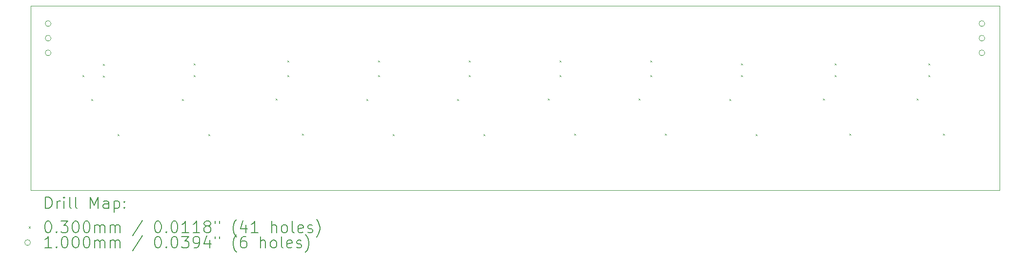
<source format=gbr>
%TF.GenerationSoftware,KiCad,Pcbnew,8.0.3*%
%TF.CreationDate,2024-06-20T18:25:41+01:00*%
%TF.ProjectId,BClock,42436c6f-636b-42e6-9b69-6361645f7063,rev?*%
%TF.SameCoordinates,Original*%
%TF.FileFunction,Drillmap*%
%TF.FilePolarity,Positive*%
%FSLAX45Y45*%
G04 Gerber Fmt 4.5, Leading zero omitted, Abs format (unit mm)*
G04 Created by KiCad (PCBNEW 8.0.3) date 2024-06-20 18:25:41*
%MOMM*%
%LPD*%
G01*
G04 APERTURE LIST*
%ADD10C,0.050000*%
%ADD11C,0.200000*%
%ADD12C,0.100000*%
G04 APERTURE END LIST*
D10*
X6858000Y-7424650D02*
X23672800Y-7424650D01*
X23672800Y-10625050D01*
X6858000Y-10625050D01*
X6858000Y-7424650D01*
D11*
D12*
X7757400Y-8621000D02*
X7787400Y-8651000D01*
X7787400Y-8621000D02*
X7757400Y-8651000D01*
X7909800Y-9035250D02*
X7939800Y-9065250D01*
X7939800Y-9035250D02*
X7909800Y-9065250D01*
X8113000Y-8425650D02*
X8143000Y-8455650D01*
X8143000Y-8425650D02*
X8113000Y-8455650D01*
X8113000Y-8628850D02*
X8143000Y-8658850D01*
X8143000Y-8628850D02*
X8113000Y-8658850D01*
X8367000Y-9644850D02*
X8397000Y-9674850D01*
X8397000Y-9644850D02*
X8367000Y-9674850D01*
X9484600Y-9035250D02*
X9514600Y-9065250D01*
X9514600Y-9035250D02*
X9484600Y-9065250D01*
X9687800Y-8417800D02*
X9717800Y-8447800D01*
X9717800Y-8417800D02*
X9687800Y-8447800D01*
X9687800Y-8621000D02*
X9717800Y-8651000D01*
X9717800Y-8621000D02*
X9687800Y-8651000D01*
X9941800Y-9644850D02*
X9971800Y-9674850D01*
X9971800Y-9644850D02*
X9941800Y-9674850D01*
X11110200Y-9027400D02*
X11140200Y-9057400D01*
X11140200Y-9027400D02*
X11110200Y-9057400D01*
X11313400Y-8367000D02*
X11343400Y-8397000D01*
X11343400Y-8367000D02*
X11313400Y-8397000D01*
X11313400Y-8621000D02*
X11343400Y-8651000D01*
X11343400Y-8621000D02*
X11313400Y-8651000D01*
X11567400Y-9637000D02*
X11597400Y-9667000D01*
X11597400Y-9637000D02*
X11567400Y-9667000D01*
X12685000Y-9035250D02*
X12715000Y-9065250D01*
X12715000Y-9035250D02*
X12685000Y-9065250D01*
X12888200Y-8367000D02*
X12918200Y-8397000D01*
X12918200Y-8367000D02*
X12888200Y-8397000D01*
X12888200Y-8621000D02*
X12918200Y-8651000D01*
X12918200Y-8621000D02*
X12888200Y-8651000D01*
X13142200Y-9644850D02*
X13172200Y-9674850D01*
X13172200Y-9644850D02*
X13142200Y-9674850D01*
X14259800Y-9035250D02*
X14289800Y-9065250D01*
X14289800Y-9035250D02*
X14259800Y-9065250D01*
X14463000Y-8367000D02*
X14493000Y-8397000D01*
X14493000Y-8367000D02*
X14463000Y-8397000D01*
X14463000Y-8621000D02*
X14493000Y-8651000D01*
X14493000Y-8621000D02*
X14463000Y-8651000D01*
X14717000Y-9644850D02*
X14747000Y-9674850D01*
X14747000Y-9644850D02*
X14717000Y-9674850D01*
X15834600Y-9027400D02*
X15864600Y-9057400D01*
X15864600Y-9027400D02*
X15834600Y-9057400D01*
X16037800Y-8367000D02*
X16067800Y-8397000D01*
X16067800Y-8367000D02*
X16037800Y-8397000D01*
X16037800Y-8621000D02*
X16067800Y-8651000D01*
X16067800Y-8621000D02*
X16037800Y-8651000D01*
X16291800Y-9637000D02*
X16321800Y-9667000D01*
X16321800Y-9637000D02*
X16291800Y-9667000D01*
X17409400Y-9027400D02*
X17439400Y-9057400D01*
X17439400Y-9027400D02*
X17409400Y-9057400D01*
X17612600Y-8367000D02*
X17642600Y-8397000D01*
X17642600Y-8367000D02*
X17612600Y-8397000D01*
X17612600Y-8621000D02*
X17642600Y-8651000D01*
X17642600Y-8621000D02*
X17612600Y-8651000D01*
X17866600Y-9637000D02*
X17896600Y-9667000D01*
X17896600Y-9637000D02*
X17866600Y-9667000D01*
X18984200Y-9035250D02*
X19014200Y-9065250D01*
X19014200Y-9035250D02*
X18984200Y-9065250D01*
X19187400Y-8417800D02*
X19217400Y-8447800D01*
X19217400Y-8417800D02*
X19187400Y-8447800D01*
X19187400Y-8621000D02*
X19217400Y-8651000D01*
X19217400Y-8621000D02*
X19187400Y-8651000D01*
X19441400Y-9644850D02*
X19471400Y-9674850D01*
X19471400Y-9644850D02*
X19441400Y-9674850D01*
X20609800Y-9027400D02*
X20639800Y-9057400D01*
X20639800Y-9027400D02*
X20609800Y-9057400D01*
X20813000Y-8417800D02*
X20843000Y-8447800D01*
X20843000Y-8417800D02*
X20813000Y-8447800D01*
X20813000Y-8621000D02*
X20843000Y-8651000D01*
X20843000Y-8621000D02*
X20813000Y-8651000D01*
X21067000Y-9637000D02*
X21097000Y-9667000D01*
X21097000Y-9637000D02*
X21067000Y-9667000D01*
X22235400Y-9027400D02*
X22265400Y-9057400D01*
X22265400Y-9027400D02*
X22235400Y-9057400D01*
X22438600Y-8417800D02*
X22468600Y-8447800D01*
X22468600Y-8417800D02*
X22438600Y-8447800D01*
X22438600Y-8621000D02*
X22468600Y-8651000D01*
X22468600Y-8621000D02*
X22438600Y-8651000D01*
X22692600Y-9637000D02*
X22722600Y-9667000D01*
X22722600Y-9637000D02*
X22692600Y-9667000D01*
X7212800Y-7729450D02*
G75*
G02*
X7112800Y-7729450I-50000J0D01*
G01*
X7112800Y-7729450D02*
G75*
G02*
X7212800Y-7729450I50000J0D01*
G01*
X7212800Y-7983450D02*
G75*
G02*
X7112800Y-7983450I-50000J0D01*
G01*
X7112800Y-7983450D02*
G75*
G02*
X7212800Y-7983450I50000J0D01*
G01*
X7212800Y-8237450D02*
G75*
G02*
X7112800Y-8237450I-50000J0D01*
G01*
X7112800Y-8237450D02*
G75*
G02*
X7212800Y-8237450I50000J0D01*
G01*
X23418000Y-7729450D02*
G75*
G02*
X23318000Y-7729450I-50000J0D01*
G01*
X23318000Y-7729450D02*
G75*
G02*
X23418000Y-7729450I50000J0D01*
G01*
X23418000Y-7983450D02*
G75*
G02*
X23318000Y-7983450I-50000J0D01*
G01*
X23318000Y-7983450D02*
G75*
G02*
X23418000Y-7983450I50000J0D01*
G01*
X23418000Y-8237450D02*
G75*
G02*
X23318000Y-8237450I-50000J0D01*
G01*
X23318000Y-8237450D02*
G75*
G02*
X23418000Y-8237450I50000J0D01*
G01*
D11*
X7116277Y-10939034D02*
X7116277Y-10739034D01*
X7116277Y-10739034D02*
X7163896Y-10739034D01*
X7163896Y-10739034D02*
X7192467Y-10748558D01*
X7192467Y-10748558D02*
X7211515Y-10767605D01*
X7211515Y-10767605D02*
X7221039Y-10786653D01*
X7221039Y-10786653D02*
X7230562Y-10824748D01*
X7230562Y-10824748D02*
X7230562Y-10853320D01*
X7230562Y-10853320D02*
X7221039Y-10891415D01*
X7221039Y-10891415D02*
X7211515Y-10910462D01*
X7211515Y-10910462D02*
X7192467Y-10929510D01*
X7192467Y-10929510D02*
X7163896Y-10939034D01*
X7163896Y-10939034D02*
X7116277Y-10939034D01*
X7316277Y-10939034D02*
X7316277Y-10805700D01*
X7316277Y-10843796D02*
X7325801Y-10824748D01*
X7325801Y-10824748D02*
X7335324Y-10815224D01*
X7335324Y-10815224D02*
X7354372Y-10805700D01*
X7354372Y-10805700D02*
X7373420Y-10805700D01*
X7440086Y-10939034D02*
X7440086Y-10805700D01*
X7440086Y-10739034D02*
X7430562Y-10748558D01*
X7430562Y-10748558D02*
X7440086Y-10758081D01*
X7440086Y-10758081D02*
X7449610Y-10748558D01*
X7449610Y-10748558D02*
X7440086Y-10739034D01*
X7440086Y-10739034D02*
X7440086Y-10758081D01*
X7563896Y-10939034D02*
X7544848Y-10929510D01*
X7544848Y-10929510D02*
X7535324Y-10910462D01*
X7535324Y-10910462D02*
X7535324Y-10739034D01*
X7668658Y-10939034D02*
X7649610Y-10929510D01*
X7649610Y-10929510D02*
X7640086Y-10910462D01*
X7640086Y-10910462D02*
X7640086Y-10739034D01*
X7897229Y-10939034D02*
X7897229Y-10739034D01*
X7897229Y-10739034D02*
X7963896Y-10881891D01*
X7963896Y-10881891D02*
X8030562Y-10739034D01*
X8030562Y-10739034D02*
X8030562Y-10939034D01*
X8211515Y-10939034D02*
X8211515Y-10834272D01*
X8211515Y-10834272D02*
X8201991Y-10815224D01*
X8201991Y-10815224D02*
X8182943Y-10805700D01*
X8182943Y-10805700D02*
X8144848Y-10805700D01*
X8144848Y-10805700D02*
X8125801Y-10815224D01*
X8211515Y-10929510D02*
X8192467Y-10939034D01*
X8192467Y-10939034D02*
X8144848Y-10939034D01*
X8144848Y-10939034D02*
X8125801Y-10929510D01*
X8125801Y-10929510D02*
X8116277Y-10910462D01*
X8116277Y-10910462D02*
X8116277Y-10891415D01*
X8116277Y-10891415D02*
X8125801Y-10872367D01*
X8125801Y-10872367D02*
X8144848Y-10862843D01*
X8144848Y-10862843D02*
X8192467Y-10862843D01*
X8192467Y-10862843D02*
X8211515Y-10853320D01*
X8306753Y-10805700D02*
X8306753Y-11005700D01*
X8306753Y-10815224D02*
X8325801Y-10805700D01*
X8325801Y-10805700D02*
X8363896Y-10805700D01*
X8363896Y-10805700D02*
X8382943Y-10815224D01*
X8382943Y-10815224D02*
X8392467Y-10824748D01*
X8392467Y-10824748D02*
X8401991Y-10843796D01*
X8401991Y-10843796D02*
X8401991Y-10900939D01*
X8401991Y-10900939D02*
X8392467Y-10919986D01*
X8392467Y-10919986D02*
X8382943Y-10929510D01*
X8382943Y-10929510D02*
X8363896Y-10939034D01*
X8363896Y-10939034D02*
X8325801Y-10939034D01*
X8325801Y-10939034D02*
X8306753Y-10929510D01*
X8487705Y-10919986D02*
X8497229Y-10929510D01*
X8497229Y-10929510D02*
X8487705Y-10939034D01*
X8487705Y-10939034D02*
X8478182Y-10929510D01*
X8478182Y-10929510D02*
X8487705Y-10919986D01*
X8487705Y-10919986D02*
X8487705Y-10939034D01*
X8487705Y-10815224D02*
X8497229Y-10824748D01*
X8497229Y-10824748D02*
X8487705Y-10834272D01*
X8487705Y-10834272D02*
X8478182Y-10824748D01*
X8478182Y-10824748D02*
X8487705Y-10815224D01*
X8487705Y-10815224D02*
X8487705Y-10834272D01*
D12*
X6825500Y-11252550D02*
X6855500Y-11282550D01*
X6855500Y-11252550D02*
X6825500Y-11282550D01*
D11*
X7154372Y-11159034D02*
X7173420Y-11159034D01*
X7173420Y-11159034D02*
X7192467Y-11168558D01*
X7192467Y-11168558D02*
X7201991Y-11178081D01*
X7201991Y-11178081D02*
X7211515Y-11197129D01*
X7211515Y-11197129D02*
X7221039Y-11235224D01*
X7221039Y-11235224D02*
X7221039Y-11282843D01*
X7221039Y-11282843D02*
X7211515Y-11320938D01*
X7211515Y-11320938D02*
X7201991Y-11339986D01*
X7201991Y-11339986D02*
X7192467Y-11349510D01*
X7192467Y-11349510D02*
X7173420Y-11359034D01*
X7173420Y-11359034D02*
X7154372Y-11359034D01*
X7154372Y-11359034D02*
X7135324Y-11349510D01*
X7135324Y-11349510D02*
X7125801Y-11339986D01*
X7125801Y-11339986D02*
X7116277Y-11320938D01*
X7116277Y-11320938D02*
X7106753Y-11282843D01*
X7106753Y-11282843D02*
X7106753Y-11235224D01*
X7106753Y-11235224D02*
X7116277Y-11197129D01*
X7116277Y-11197129D02*
X7125801Y-11178081D01*
X7125801Y-11178081D02*
X7135324Y-11168558D01*
X7135324Y-11168558D02*
X7154372Y-11159034D01*
X7306753Y-11339986D02*
X7316277Y-11349510D01*
X7316277Y-11349510D02*
X7306753Y-11359034D01*
X7306753Y-11359034D02*
X7297229Y-11349510D01*
X7297229Y-11349510D02*
X7306753Y-11339986D01*
X7306753Y-11339986D02*
X7306753Y-11359034D01*
X7382943Y-11159034D02*
X7506753Y-11159034D01*
X7506753Y-11159034D02*
X7440086Y-11235224D01*
X7440086Y-11235224D02*
X7468658Y-11235224D01*
X7468658Y-11235224D02*
X7487705Y-11244748D01*
X7487705Y-11244748D02*
X7497229Y-11254272D01*
X7497229Y-11254272D02*
X7506753Y-11273319D01*
X7506753Y-11273319D02*
X7506753Y-11320938D01*
X7506753Y-11320938D02*
X7497229Y-11339986D01*
X7497229Y-11339986D02*
X7487705Y-11349510D01*
X7487705Y-11349510D02*
X7468658Y-11359034D01*
X7468658Y-11359034D02*
X7411515Y-11359034D01*
X7411515Y-11359034D02*
X7392467Y-11349510D01*
X7392467Y-11349510D02*
X7382943Y-11339986D01*
X7630562Y-11159034D02*
X7649610Y-11159034D01*
X7649610Y-11159034D02*
X7668658Y-11168558D01*
X7668658Y-11168558D02*
X7678182Y-11178081D01*
X7678182Y-11178081D02*
X7687705Y-11197129D01*
X7687705Y-11197129D02*
X7697229Y-11235224D01*
X7697229Y-11235224D02*
X7697229Y-11282843D01*
X7697229Y-11282843D02*
X7687705Y-11320938D01*
X7687705Y-11320938D02*
X7678182Y-11339986D01*
X7678182Y-11339986D02*
X7668658Y-11349510D01*
X7668658Y-11349510D02*
X7649610Y-11359034D01*
X7649610Y-11359034D02*
X7630562Y-11359034D01*
X7630562Y-11359034D02*
X7611515Y-11349510D01*
X7611515Y-11349510D02*
X7601991Y-11339986D01*
X7601991Y-11339986D02*
X7592467Y-11320938D01*
X7592467Y-11320938D02*
X7582943Y-11282843D01*
X7582943Y-11282843D02*
X7582943Y-11235224D01*
X7582943Y-11235224D02*
X7592467Y-11197129D01*
X7592467Y-11197129D02*
X7601991Y-11178081D01*
X7601991Y-11178081D02*
X7611515Y-11168558D01*
X7611515Y-11168558D02*
X7630562Y-11159034D01*
X7821039Y-11159034D02*
X7840086Y-11159034D01*
X7840086Y-11159034D02*
X7859134Y-11168558D01*
X7859134Y-11168558D02*
X7868658Y-11178081D01*
X7868658Y-11178081D02*
X7878182Y-11197129D01*
X7878182Y-11197129D02*
X7887705Y-11235224D01*
X7887705Y-11235224D02*
X7887705Y-11282843D01*
X7887705Y-11282843D02*
X7878182Y-11320938D01*
X7878182Y-11320938D02*
X7868658Y-11339986D01*
X7868658Y-11339986D02*
X7859134Y-11349510D01*
X7859134Y-11349510D02*
X7840086Y-11359034D01*
X7840086Y-11359034D02*
X7821039Y-11359034D01*
X7821039Y-11359034D02*
X7801991Y-11349510D01*
X7801991Y-11349510D02*
X7792467Y-11339986D01*
X7792467Y-11339986D02*
X7782943Y-11320938D01*
X7782943Y-11320938D02*
X7773420Y-11282843D01*
X7773420Y-11282843D02*
X7773420Y-11235224D01*
X7773420Y-11235224D02*
X7782943Y-11197129D01*
X7782943Y-11197129D02*
X7792467Y-11178081D01*
X7792467Y-11178081D02*
X7801991Y-11168558D01*
X7801991Y-11168558D02*
X7821039Y-11159034D01*
X7973420Y-11359034D02*
X7973420Y-11225700D01*
X7973420Y-11244748D02*
X7982943Y-11235224D01*
X7982943Y-11235224D02*
X8001991Y-11225700D01*
X8001991Y-11225700D02*
X8030563Y-11225700D01*
X8030563Y-11225700D02*
X8049610Y-11235224D01*
X8049610Y-11235224D02*
X8059134Y-11254272D01*
X8059134Y-11254272D02*
X8059134Y-11359034D01*
X8059134Y-11254272D02*
X8068658Y-11235224D01*
X8068658Y-11235224D02*
X8087705Y-11225700D01*
X8087705Y-11225700D02*
X8116277Y-11225700D01*
X8116277Y-11225700D02*
X8135324Y-11235224D01*
X8135324Y-11235224D02*
X8144848Y-11254272D01*
X8144848Y-11254272D02*
X8144848Y-11359034D01*
X8240086Y-11359034D02*
X8240086Y-11225700D01*
X8240086Y-11244748D02*
X8249610Y-11235224D01*
X8249610Y-11235224D02*
X8268658Y-11225700D01*
X8268658Y-11225700D02*
X8297229Y-11225700D01*
X8297229Y-11225700D02*
X8316277Y-11235224D01*
X8316277Y-11235224D02*
X8325801Y-11254272D01*
X8325801Y-11254272D02*
X8325801Y-11359034D01*
X8325801Y-11254272D02*
X8335324Y-11235224D01*
X8335324Y-11235224D02*
X8354372Y-11225700D01*
X8354372Y-11225700D02*
X8382943Y-11225700D01*
X8382943Y-11225700D02*
X8401991Y-11235224D01*
X8401991Y-11235224D02*
X8411515Y-11254272D01*
X8411515Y-11254272D02*
X8411515Y-11359034D01*
X8801991Y-11149510D02*
X8630563Y-11406653D01*
X9059134Y-11159034D02*
X9078182Y-11159034D01*
X9078182Y-11159034D02*
X9097229Y-11168558D01*
X9097229Y-11168558D02*
X9106753Y-11178081D01*
X9106753Y-11178081D02*
X9116277Y-11197129D01*
X9116277Y-11197129D02*
X9125801Y-11235224D01*
X9125801Y-11235224D02*
X9125801Y-11282843D01*
X9125801Y-11282843D02*
X9116277Y-11320938D01*
X9116277Y-11320938D02*
X9106753Y-11339986D01*
X9106753Y-11339986D02*
X9097229Y-11349510D01*
X9097229Y-11349510D02*
X9078182Y-11359034D01*
X9078182Y-11359034D02*
X9059134Y-11359034D01*
X9059134Y-11359034D02*
X9040087Y-11349510D01*
X9040087Y-11349510D02*
X9030563Y-11339986D01*
X9030563Y-11339986D02*
X9021039Y-11320938D01*
X9021039Y-11320938D02*
X9011515Y-11282843D01*
X9011515Y-11282843D02*
X9011515Y-11235224D01*
X9011515Y-11235224D02*
X9021039Y-11197129D01*
X9021039Y-11197129D02*
X9030563Y-11178081D01*
X9030563Y-11178081D02*
X9040087Y-11168558D01*
X9040087Y-11168558D02*
X9059134Y-11159034D01*
X9211515Y-11339986D02*
X9221039Y-11349510D01*
X9221039Y-11349510D02*
X9211515Y-11359034D01*
X9211515Y-11359034D02*
X9201991Y-11349510D01*
X9201991Y-11349510D02*
X9211515Y-11339986D01*
X9211515Y-11339986D02*
X9211515Y-11359034D01*
X9344848Y-11159034D02*
X9363896Y-11159034D01*
X9363896Y-11159034D02*
X9382944Y-11168558D01*
X9382944Y-11168558D02*
X9392468Y-11178081D01*
X9392468Y-11178081D02*
X9401991Y-11197129D01*
X9401991Y-11197129D02*
X9411515Y-11235224D01*
X9411515Y-11235224D02*
X9411515Y-11282843D01*
X9411515Y-11282843D02*
X9401991Y-11320938D01*
X9401991Y-11320938D02*
X9392468Y-11339986D01*
X9392468Y-11339986D02*
X9382944Y-11349510D01*
X9382944Y-11349510D02*
X9363896Y-11359034D01*
X9363896Y-11359034D02*
X9344848Y-11359034D01*
X9344848Y-11359034D02*
X9325801Y-11349510D01*
X9325801Y-11349510D02*
X9316277Y-11339986D01*
X9316277Y-11339986D02*
X9306753Y-11320938D01*
X9306753Y-11320938D02*
X9297229Y-11282843D01*
X9297229Y-11282843D02*
X9297229Y-11235224D01*
X9297229Y-11235224D02*
X9306753Y-11197129D01*
X9306753Y-11197129D02*
X9316277Y-11178081D01*
X9316277Y-11178081D02*
X9325801Y-11168558D01*
X9325801Y-11168558D02*
X9344848Y-11159034D01*
X9601991Y-11359034D02*
X9487706Y-11359034D01*
X9544848Y-11359034D02*
X9544848Y-11159034D01*
X9544848Y-11159034D02*
X9525801Y-11187605D01*
X9525801Y-11187605D02*
X9506753Y-11206653D01*
X9506753Y-11206653D02*
X9487706Y-11216177D01*
X9792468Y-11359034D02*
X9678182Y-11359034D01*
X9735325Y-11359034D02*
X9735325Y-11159034D01*
X9735325Y-11159034D02*
X9716277Y-11187605D01*
X9716277Y-11187605D02*
X9697229Y-11206653D01*
X9697229Y-11206653D02*
X9678182Y-11216177D01*
X9906753Y-11244748D02*
X9887706Y-11235224D01*
X9887706Y-11235224D02*
X9878182Y-11225700D01*
X9878182Y-11225700D02*
X9868658Y-11206653D01*
X9868658Y-11206653D02*
X9868658Y-11197129D01*
X9868658Y-11197129D02*
X9878182Y-11178081D01*
X9878182Y-11178081D02*
X9887706Y-11168558D01*
X9887706Y-11168558D02*
X9906753Y-11159034D01*
X9906753Y-11159034D02*
X9944849Y-11159034D01*
X9944849Y-11159034D02*
X9963896Y-11168558D01*
X9963896Y-11168558D02*
X9973420Y-11178081D01*
X9973420Y-11178081D02*
X9982944Y-11197129D01*
X9982944Y-11197129D02*
X9982944Y-11206653D01*
X9982944Y-11206653D02*
X9973420Y-11225700D01*
X9973420Y-11225700D02*
X9963896Y-11235224D01*
X9963896Y-11235224D02*
X9944849Y-11244748D01*
X9944849Y-11244748D02*
X9906753Y-11244748D01*
X9906753Y-11244748D02*
X9887706Y-11254272D01*
X9887706Y-11254272D02*
X9878182Y-11263796D01*
X9878182Y-11263796D02*
X9868658Y-11282843D01*
X9868658Y-11282843D02*
X9868658Y-11320938D01*
X9868658Y-11320938D02*
X9878182Y-11339986D01*
X9878182Y-11339986D02*
X9887706Y-11349510D01*
X9887706Y-11349510D02*
X9906753Y-11359034D01*
X9906753Y-11359034D02*
X9944849Y-11359034D01*
X9944849Y-11359034D02*
X9963896Y-11349510D01*
X9963896Y-11349510D02*
X9973420Y-11339986D01*
X9973420Y-11339986D02*
X9982944Y-11320938D01*
X9982944Y-11320938D02*
X9982944Y-11282843D01*
X9982944Y-11282843D02*
X9973420Y-11263796D01*
X9973420Y-11263796D02*
X9963896Y-11254272D01*
X9963896Y-11254272D02*
X9944849Y-11244748D01*
X10059134Y-11159034D02*
X10059134Y-11197129D01*
X10135325Y-11159034D02*
X10135325Y-11197129D01*
X10430563Y-11435224D02*
X10421039Y-11425700D01*
X10421039Y-11425700D02*
X10401991Y-11397129D01*
X10401991Y-11397129D02*
X10392468Y-11378081D01*
X10392468Y-11378081D02*
X10382944Y-11349510D01*
X10382944Y-11349510D02*
X10373420Y-11301891D01*
X10373420Y-11301891D02*
X10373420Y-11263796D01*
X10373420Y-11263796D02*
X10382944Y-11216177D01*
X10382944Y-11216177D02*
X10392468Y-11187605D01*
X10392468Y-11187605D02*
X10401991Y-11168558D01*
X10401991Y-11168558D02*
X10421039Y-11139986D01*
X10421039Y-11139986D02*
X10430563Y-11130462D01*
X10592468Y-11225700D02*
X10592468Y-11359034D01*
X10544849Y-11149510D02*
X10497230Y-11292367D01*
X10497230Y-11292367D02*
X10621039Y-11292367D01*
X10801991Y-11359034D02*
X10687706Y-11359034D01*
X10744849Y-11359034D02*
X10744849Y-11159034D01*
X10744849Y-11159034D02*
X10725801Y-11187605D01*
X10725801Y-11187605D02*
X10706753Y-11206653D01*
X10706753Y-11206653D02*
X10687706Y-11216177D01*
X11040087Y-11359034D02*
X11040087Y-11159034D01*
X11125801Y-11359034D02*
X11125801Y-11254272D01*
X11125801Y-11254272D02*
X11116277Y-11235224D01*
X11116277Y-11235224D02*
X11097230Y-11225700D01*
X11097230Y-11225700D02*
X11068658Y-11225700D01*
X11068658Y-11225700D02*
X11049611Y-11235224D01*
X11049611Y-11235224D02*
X11040087Y-11244748D01*
X11249610Y-11359034D02*
X11230563Y-11349510D01*
X11230563Y-11349510D02*
X11221039Y-11339986D01*
X11221039Y-11339986D02*
X11211515Y-11320938D01*
X11211515Y-11320938D02*
X11211515Y-11263796D01*
X11211515Y-11263796D02*
X11221039Y-11244748D01*
X11221039Y-11244748D02*
X11230563Y-11235224D01*
X11230563Y-11235224D02*
X11249610Y-11225700D01*
X11249610Y-11225700D02*
X11278182Y-11225700D01*
X11278182Y-11225700D02*
X11297230Y-11235224D01*
X11297230Y-11235224D02*
X11306753Y-11244748D01*
X11306753Y-11244748D02*
X11316277Y-11263796D01*
X11316277Y-11263796D02*
X11316277Y-11320938D01*
X11316277Y-11320938D02*
X11306753Y-11339986D01*
X11306753Y-11339986D02*
X11297230Y-11349510D01*
X11297230Y-11349510D02*
X11278182Y-11359034D01*
X11278182Y-11359034D02*
X11249610Y-11359034D01*
X11430563Y-11359034D02*
X11411515Y-11349510D01*
X11411515Y-11349510D02*
X11401991Y-11330462D01*
X11401991Y-11330462D02*
X11401991Y-11159034D01*
X11582944Y-11349510D02*
X11563896Y-11359034D01*
X11563896Y-11359034D02*
X11525801Y-11359034D01*
X11525801Y-11359034D02*
X11506753Y-11349510D01*
X11506753Y-11349510D02*
X11497230Y-11330462D01*
X11497230Y-11330462D02*
X11497230Y-11254272D01*
X11497230Y-11254272D02*
X11506753Y-11235224D01*
X11506753Y-11235224D02*
X11525801Y-11225700D01*
X11525801Y-11225700D02*
X11563896Y-11225700D01*
X11563896Y-11225700D02*
X11582944Y-11235224D01*
X11582944Y-11235224D02*
X11592468Y-11254272D01*
X11592468Y-11254272D02*
X11592468Y-11273319D01*
X11592468Y-11273319D02*
X11497230Y-11292367D01*
X11668658Y-11349510D02*
X11687706Y-11359034D01*
X11687706Y-11359034D02*
X11725801Y-11359034D01*
X11725801Y-11359034D02*
X11744849Y-11349510D01*
X11744849Y-11349510D02*
X11754372Y-11330462D01*
X11754372Y-11330462D02*
X11754372Y-11320938D01*
X11754372Y-11320938D02*
X11744849Y-11301891D01*
X11744849Y-11301891D02*
X11725801Y-11292367D01*
X11725801Y-11292367D02*
X11697230Y-11292367D01*
X11697230Y-11292367D02*
X11678182Y-11282843D01*
X11678182Y-11282843D02*
X11668658Y-11263796D01*
X11668658Y-11263796D02*
X11668658Y-11254272D01*
X11668658Y-11254272D02*
X11678182Y-11235224D01*
X11678182Y-11235224D02*
X11697230Y-11225700D01*
X11697230Y-11225700D02*
X11725801Y-11225700D01*
X11725801Y-11225700D02*
X11744849Y-11235224D01*
X11821039Y-11435224D02*
X11830563Y-11425700D01*
X11830563Y-11425700D02*
X11849611Y-11397129D01*
X11849611Y-11397129D02*
X11859134Y-11378081D01*
X11859134Y-11378081D02*
X11868658Y-11349510D01*
X11868658Y-11349510D02*
X11878182Y-11301891D01*
X11878182Y-11301891D02*
X11878182Y-11263796D01*
X11878182Y-11263796D02*
X11868658Y-11216177D01*
X11868658Y-11216177D02*
X11859134Y-11187605D01*
X11859134Y-11187605D02*
X11849611Y-11168558D01*
X11849611Y-11168558D02*
X11830563Y-11139986D01*
X11830563Y-11139986D02*
X11821039Y-11130462D01*
D12*
X6855500Y-11531550D02*
G75*
G02*
X6755500Y-11531550I-50000J0D01*
G01*
X6755500Y-11531550D02*
G75*
G02*
X6855500Y-11531550I50000J0D01*
G01*
D11*
X7221039Y-11623034D02*
X7106753Y-11623034D01*
X7163896Y-11623034D02*
X7163896Y-11423034D01*
X7163896Y-11423034D02*
X7144848Y-11451605D01*
X7144848Y-11451605D02*
X7125801Y-11470653D01*
X7125801Y-11470653D02*
X7106753Y-11480177D01*
X7306753Y-11603986D02*
X7316277Y-11613510D01*
X7316277Y-11613510D02*
X7306753Y-11623034D01*
X7306753Y-11623034D02*
X7297229Y-11613510D01*
X7297229Y-11613510D02*
X7306753Y-11603986D01*
X7306753Y-11603986D02*
X7306753Y-11623034D01*
X7440086Y-11423034D02*
X7459134Y-11423034D01*
X7459134Y-11423034D02*
X7478182Y-11432558D01*
X7478182Y-11432558D02*
X7487705Y-11442081D01*
X7487705Y-11442081D02*
X7497229Y-11461129D01*
X7497229Y-11461129D02*
X7506753Y-11499224D01*
X7506753Y-11499224D02*
X7506753Y-11546843D01*
X7506753Y-11546843D02*
X7497229Y-11584938D01*
X7497229Y-11584938D02*
X7487705Y-11603986D01*
X7487705Y-11603986D02*
X7478182Y-11613510D01*
X7478182Y-11613510D02*
X7459134Y-11623034D01*
X7459134Y-11623034D02*
X7440086Y-11623034D01*
X7440086Y-11623034D02*
X7421039Y-11613510D01*
X7421039Y-11613510D02*
X7411515Y-11603986D01*
X7411515Y-11603986D02*
X7401991Y-11584938D01*
X7401991Y-11584938D02*
X7392467Y-11546843D01*
X7392467Y-11546843D02*
X7392467Y-11499224D01*
X7392467Y-11499224D02*
X7401991Y-11461129D01*
X7401991Y-11461129D02*
X7411515Y-11442081D01*
X7411515Y-11442081D02*
X7421039Y-11432558D01*
X7421039Y-11432558D02*
X7440086Y-11423034D01*
X7630562Y-11423034D02*
X7649610Y-11423034D01*
X7649610Y-11423034D02*
X7668658Y-11432558D01*
X7668658Y-11432558D02*
X7678182Y-11442081D01*
X7678182Y-11442081D02*
X7687705Y-11461129D01*
X7687705Y-11461129D02*
X7697229Y-11499224D01*
X7697229Y-11499224D02*
X7697229Y-11546843D01*
X7697229Y-11546843D02*
X7687705Y-11584938D01*
X7687705Y-11584938D02*
X7678182Y-11603986D01*
X7678182Y-11603986D02*
X7668658Y-11613510D01*
X7668658Y-11613510D02*
X7649610Y-11623034D01*
X7649610Y-11623034D02*
X7630562Y-11623034D01*
X7630562Y-11623034D02*
X7611515Y-11613510D01*
X7611515Y-11613510D02*
X7601991Y-11603986D01*
X7601991Y-11603986D02*
X7592467Y-11584938D01*
X7592467Y-11584938D02*
X7582943Y-11546843D01*
X7582943Y-11546843D02*
X7582943Y-11499224D01*
X7582943Y-11499224D02*
X7592467Y-11461129D01*
X7592467Y-11461129D02*
X7601991Y-11442081D01*
X7601991Y-11442081D02*
X7611515Y-11432558D01*
X7611515Y-11432558D02*
X7630562Y-11423034D01*
X7821039Y-11423034D02*
X7840086Y-11423034D01*
X7840086Y-11423034D02*
X7859134Y-11432558D01*
X7859134Y-11432558D02*
X7868658Y-11442081D01*
X7868658Y-11442081D02*
X7878182Y-11461129D01*
X7878182Y-11461129D02*
X7887705Y-11499224D01*
X7887705Y-11499224D02*
X7887705Y-11546843D01*
X7887705Y-11546843D02*
X7878182Y-11584938D01*
X7878182Y-11584938D02*
X7868658Y-11603986D01*
X7868658Y-11603986D02*
X7859134Y-11613510D01*
X7859134Y-11613510D02*
X7840086Y-11623034D01*
X7840086Y-11623034D02*
X7821039Y-11623034D01*
X7821039Y-11623034D02*
X7801991Y-11613510D01*
X7801991Y-11613510D02*
X7792467Y-11603986D01*
X7792467Y-11603986D02*
X7782943Y-11584938D01*
X7782943Y-11584938D02*
X7773420Y-11546843D01*
X7773420Y-11546843D02*
X7773420Y-11499224D01*
X7773420Y-11499224D02*
X7782943Y-11461129D01*
X7782943Y-11461129D02*
X7792467Y-11442081D01*
X7792467Y-11442081D02*
X7801991Y-11432558D01*
X7801991Y-11432558D02*
X7821039Y-11423034D01*
X7973420Y-11623034D02*
X7973420Y-11489700D01*
X7973420Y-11508748D02*
X7982943Y-11499224D01*
X7982943Y-11499224D02*
X8001991Y-11489700D01*
X8001991Y-11489700D02*
X8030563Y-11489700D01*
X8030563Y-11489700D02*
X8049610Y-11499224D01*
X8049610Y-11499224D02*
X8059134Y-11518272D01*
X8059134Y-11518272D02*
X8059134Y-11623034D01*
X8059134Y-11518272D02*
X8068658Y-11499224D01*
X8068658Y-11499224D02*
X8087705Y-11489700D01*
X8087705Y-11489700D02*
X8116277Y-11489700D01*
X8116277Y-11489700D02*
X8135324Y-11499224D01*
X8135324Y-11499224D02*
X8144848Y-11518272D01*
X8144848Y-11518272D02*
X8144848Y-11623034D01*
X8240086Y-11623034D02*
X8240086Y-11489700D01*
X8240086Y-11508748D02*
X8249610Y-11499224D01*
X8249610Y-11499224D02*
X8268658Y-11489700D01*
X8268658Y-11489700D02*
X8297229Y-11489700D01*
X8297229Y-11489700D02*
X8316277Y-11499224D01*
X8316277Y-11499224D02*
X8325801Y-11518272D01*
X8325801Y-11518272D02*
X8325801Y-11623034D01*
X8325801Y-11518272D02*
X8335324Y-11499224D01*
X8335324Y-11499224D02*
X8354372Y-11489700D01*
X8354372Y-11489700D02*
X8382943Y-11489700D01*
X8382943Y-11489700D02*
X8401991Y-11499224D01*
X8401991Y-11499224D02*
X8411515Y-11518272D01*
X8411515Y-11518272D02*
X8411515Y-11623034D01*
X8801991Y-11413510D02*
X8630563Y-11670653D01*
X9059134Y-11423034D02*
X9078182Y-11423034D01*
X9078182Y-11423034D02*
X9097229Y-11432558D01*
X9097229Y-11432558D02*
X9106753Y-11442081D01*
X9106753Y-11442081D02*
X9116277Y-11461129D01*
X9116277Y-11461129D02*
X9125801Y-11499224D01*
X9125801Y-11499224D02*
X9125801Y-11546843D01*
X9125801Y-11546843D02*
X9116277Y-11584938D01*
X9116277Y-11584938D02*
X9106753Y-11603986D01*
X9106753Y-11603986D02*
X9097229Y-11613510D01*
X9097229Y-11613510D02*
X9078182Y-11623034D01*
X9078182Y-11623034D02*
X9059134Y-11623034D01*
X9059134Y-11623034D02*
X9040087Y-11613510D01*
X9040087Y-11613510D02*
X9030563Y-11603986D01*
X9030563Y-11603986D02*
X9021039Y-11584938D01*
X9021039Y-11584938D02*
X9011515Y-11546843D01*
X9011515Y-11546843D02*
X9011515Y-11499224D01*
X9011515Y-11499224D02*
X9021039Y-11461129D01*
X9021039Y-11461129D02*
X9030563Y-11442081D01*
X9030563Y-11442081D02*
X9040087Y-11432558D01*
X9040087Y-11432558D02*
X9059134Y-11423034D01*
X9211515Y-11603986D02*
X9221039Y-11613510D01*
X9221039Y-11613510D02*
X9211515Y-11623034D01*
X9211515Y-11623034D02*
X9201991Y-11613510D01*
X9201991Y-11613510D02*
X9211515Y-11603986D01*
X9211515Y-11603986D02*
X9211515Y-11623034D01*
X9344848Y-11423034D02*
X9363896Y-11423034D01*
X9363896Y-11423034D02*
X9382944Y-11432558D01*
X9382944Y-11432558D02*
X9392468Y-11442081D01*
X9392468Y-11442081D02*
X9401991Y-11461129D01*
X9401991Y-11461129D02*
X9411515Y-11499224D01*
X9411515Y-11499224D02*
X9411515Y-11546843D01*
X9411515Y-11546843D02*
X9401991Y-11584938D01*
X9401991Y-11584938D02*
X9392468Y-11603986D01*
X9392468Y-11603986D02*
X9382944Y-11613510D01*
X9382944Y-11613510D02*
X9363896Y-11623034D01*
X9363896Y-11623034D02*
X9344848Y-11623034D01*
X9344848Y-11623034D02*
X9325801Y-11613510D01*
X9325801Y-11613510D02*
X9316277Y-11603986D01*
X9316277Y-11603986D02*
X9306753Y-11584938D01*
X9306753Y-11584938D02*
X9297229Y-11546843D01*
X9297229Y-11546843D02*
X9297229Y-11499224D01*
X9297229Y-11499224D02*
X9306753Y-11461129D01*
X9306753Y-11461129D02*
X9316277Y-11442081D01*
X9316277Y-11442081D02*
X9325801Y-11432558D01*
X9325801Y-11432558D02*
X9344848Y-11423034D01*
X9478182Y-11423034D02*
X9601991Y-11423034D01*
X9601991Y-11423034D02*
X9535325Y-11499224D01*
X9535325Y-11499224D02*
X9563896Y-11499224D01*
X9563896Y-11499224D02*
X9582944Y-11508748D01*
X9582944Y-11508748D02*
X9592468Y-11518272D01*
X9592468Y-11518272D02*
X9601991Y-11537319D01*
X9601991Y-11537319D02*
X9601991Y-11584938D01*
X9601991Y-11584938D02*
X9592468Y-11603986D01*
X9592468Y-11603986D02*
X9582944Y-11613510D01*
X9582944Y-11613510D02*
X9563896Y-11623034D01*
X9563896Y-11623034D02*
X9506753Y-11623034D01*
X9506753Y-11623034D02*
X9487706Y-11613510D01*
X9487706Y-11613510D02*
X9478182Y-11603986D01*
X9697229Y-11623034D02*
X9735325Y-11623034D01*
X9735325Y-11623034D02*
X9754372Y-11613510D01*
X9754372Y-11613510D02*
X9763896Y-11603986D01*
X9763896Y-11603986D02*
X9782944Y-11575415D01*
X9782944Y-11575415D02*
X9792468Y-11537319D01*
X9792468Y-11537319D02*
X9792468Y-11461129D01*
X9792468Y-11461129D02*
X9782944Y-11442081D01*
X9782944Y-11442081D02*
X9773420Y-11432558D01*
X9773420Y-11432558D02*
X9754372Y-11423034D01*
X9754372Y-11423034D02*
X9716277Y-11423034D01*
X9716277Y-11423034D02*
X9697229Y-11432558D01*
X9697229Y-11432558D02*
X9687706Y-11442081D01*
X9687706Y-11442081D02*
X9678182Y-11461129D01*
X9678182Y-11461129D02*
X9678182Y-11508748D01*
X9678182Y-11508748D02*
X9687706Y-11527796D01*
X9687706Y-11527796D02*
X9697229Y-11537319D01*
X9697229Y-11537319D02*
X9716277Y-11546843D01*
X9716277Y-11546843D02*
X9754372Y-11546843D01*
X9754372Y-11546843D02*
X9773420Y-11537319D01*
X9773420Y-11537319D02*
X9782944Y-11527796D01*
X9782944Y-11527796D02*
X9792468Y-11508748D01*
X9963896Y-11489700D02*
X9963896Y-11623034D01*
X9916277Y-11413510D02*
X9868658Y-11556367D01*
X9868658Y-11556367D02*
X9992468Y-11556367D01*
X10059134Y-11423034D02*
X10059134Y-11461129D01*
X10135325Y-11423034D02*
X10135325Y-11461129D01*
X10430563Y-11699224D02*
X10421039Y-11689700D01*
X10421039Y-11689700D02*
X10401991Y-11661129D01*
X10401991Y-11661129D02*
X10392468Y-11642081D01*
X10392468Y-11642081D02*
X10382944Y-11613510D01*
X10382944Y-11613510D02*
X10373420Y-11565891D01*
X10373420Y-11565891D02*
X10373420Y-11527796D01*
X10373420Y-11527796D02*
X10382944Y-11480177D01*
X10382944Y-11480177D02*
X10392468Y-11451605D01*
X10392468Y-11451605D02*
X10401991Y-11432558D01*
X10401991Y-11432558D02*
X10421039Y-11403986D01*
X10421039Y-11403986D02*
X10430563Y-11394462D01*
X10592468Y-11423034D02*
X10554372Y-11423034D01*
X10554372Y-11423034D02*
X10535325Y-11432558D01*
X10535325Y-11432558D02*
X10525801Y-11442081D01*
X10525801Y-11442081D02*
X10506753Y-11470653D01*
X10506753Y-11470653D02*
X10497230Y-11508748D01*
X10497230Y-11508748D02*
X10497230Y-11584938D01*
X10497230Y-11584938D02*
X10506753Y-11603986D01*
X10506753Y-11603986D02*
X10516277Y-11613510D01*
X10516277Y-11613510D02*
X10535325Y-11623034D01*
X10535325Y-11623034D02*
X10573420Y-11623034D01*
X10573420Y-11623034D02*
X10592468Y-11613510D01*
X10592468Y-11613510D02*
X10601991Y-11603986D01*
X10601991Y-11603986D02*
X10611515Y-11584938D01*
X10611515Y-11584938D02*
X10611515Y-11537319D01*
X10611515Y-11537319D02*
X10601991Y-11518272D01*
X10601991Y-11518272D02*
X10592468Y-11508748D01*
X10592468Y-11508748D02*
X10573420Y-11499224D01*
X10573420Y-11499224D02*
X10535325Y-11499224D01*
X10535325Y-11499224D02*
X10516277Y-11508748D01*
X10516277Y-11508748D02*
X10506753Y-11518272D01*
X10506753Y-11518272D02*
X10497230Y-11537319D01*
X10849611Y-11623034D02*
X10849611Y-11423034D01*
X10935325Y-11623034D02*
X10935325Y-11518272D01*
X10935325Y-11518272D02*
X10925801Y-11499224D01*
X10925801Y-11499224D02*
X10906753Y-11489700D01*
X10906753Y-11489700D02*
X10878182Y-11489700D01*
X10878182Y-11489700D02*
X10859134Y-11499224D01*
X10859134Y-11499224D02*
X10849611Y-11508748D01*
X11059134Y-11623034D02*
X11040087Y-11613510D01*
X11040087Y-11613510D02*
X11030563Y-11603986D01*
X11030563Y-11603986D02*
X11021039Y-11584938D01*
X11021039Y-11584938D02*
X11021039Y-11527796D01*
X11021039Y-11527796D02*
X11030563Y-11508748D01*
X11030563Y-11508748D02*
X11040087Y-11499224D01*
X11040087Y-11499224D02*
X11059134Y-11489700D01*
X11059134Y-11489700D02*
X11087706Y-11489700D01*
X11087706Y-11489700D02*
X11106753Y-11499224D01*
X11106753Y-11499224D02*
X11116277Y-11508748D01*
X11116277Y-11508748D02*
X11125801Y-11527796D01*
X11125801Y-11527796D02*
X11125801Y-11584938D01*
X11125801Y-11584938D02*
X11116277Y-11603986D01*
X11116277Y-11603986D02*
X11106753Y-11613510D01*
X11106753Y-11613510D02*
X11087706Y-11623034D01*
X11087706Y-11623034D02*
X11059134Y-11623034D01*
X11240087Y-11623034D02*
X11221039Y-11613510D01*
X11221039Y-11613510D02*
X11211515Y-11594462D01*
X11211515Y-11594462D02*
X11211515Y-11423034D01*
X11392468Y-11613510D02*
X11373420Y-11623034D01*
X11373420Y-11623034D02*
X11335325Y-11623034D01*
X11335325Y-11623034D02*
X11316277Y-11613510D01*
X11316277Y-11613510D02*
X11306753Y-11594462D01*
X11306753Y-11594462D02*
X11306753Y-11518272D01*
X11306753Y-11518272D02*
X11316277Y-11499224D01*
X11316277Y-11499224D02*
X11335325Y-11489700D01*
X11335325Y-11489700D02*
X11373420Y-11489700D01*
X11373420Y-11489700D02*
X11392468Y-11499224D01*
X11392468Y-11499224D02*
X11401991Y-11518272D01*
X11401991Y-11518272D02*
X11401991Y-11537319D01*
X11401991Y-11537319D02*
X11306753Y-11556367D01*
X11478182Y-11613510D02*
X11497230Y-11623034D01*
X11497230Y-11623034D02*
X11535325Y-11623034D01*
X11535325Y-11623034D02*
X11554372Y-11613510D01*
X11554372Y-11613510D02*
X11563896Y-11594462D01*
X11563896Y-11594462D02*
X11563896Y-11584938D01*
X11563896Y-11584938D02*
X11554372Y-11565891D01*
X11554372Y-11565891D02*
X11535325Y-11556367D01*
X11535325Y-11556367D02*
X11506753Y-11556367D01*
X11506753Y-11556367D02*
X11487706Y-11546843D01*
X11487706Y-11546843D02*
X11478182Y-11527796D01*
X11478182Y-11527796D02*
X11478182Y-11518272D01*
X11478182Y-11518272D02*
X11487706Y-11499224D01*
X11487706Y-11499224D02*
X11506753Y-11489700D01*
X11506753Y-11489700D02*
X11535325Y-11489700D01*
X11535325Y-11489700D02*
X11554372Y-11499224D01*
X11630563Y-11699224D02*
X11640087Y-11689700D01*
X11640087Y-11689700D02*
X11659134Y-11661129D01*
X11659134Y-11661129D02*
X11668658Y-11642081D01*
X11668658Y-11642081D02*
X11678182Y-11613510D01*
X11678182Y-11613510D02*
X11687706Y-11565891D01*
X11687706Y-11565891D02*
X11687706Y-11527796D01*
X11687706Y-11527796D02*
X11678182Y-11480177D01*
X11678182Y-11480177D02*
X11668658Y-11451605D01*
X11668658Y-11451605D02*
X11659134Y-11432558D01*
X11659134Y-11432558D02*
X11640087Y-11403986D01*
X11640087Y-11403986D02*
X11630563Y-11394462D01*
M02*

</source>
